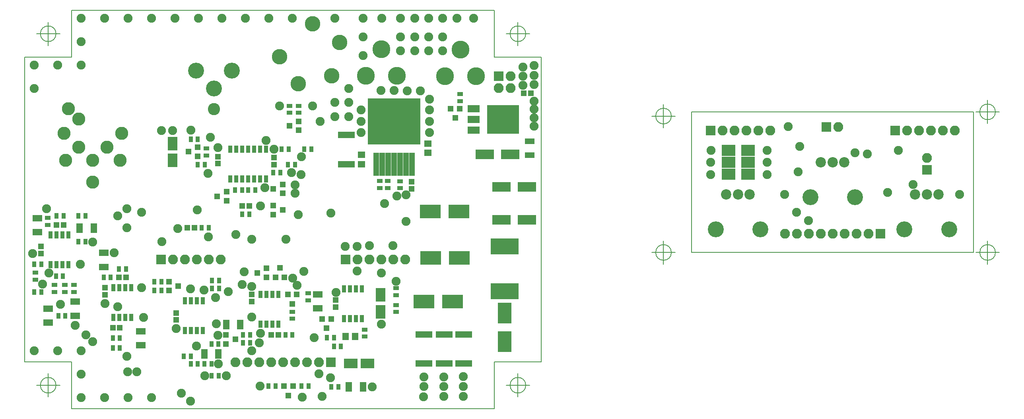
<source format=gbr>
G04 #@! TF.GenerationSoftware,KiCad,Pcbnew,(5.1.4)-1*
G04 #@! TF.CreationDate,2019-12-04T23:12:45+01:00*
G04 #@! TF.ProjectId,instru_bab_v2,696e7374-7275-45f6-9261-625f76322e6b,rev?*
G04 #@! TF.SameCoordinates,Original*
G04 #@! TF.FileFunction,Soldermask,Top*
G04 #@! TF.FilePolarity,Negative*
%FSLAX46Y46*%
G04 Gerber Fmt 4.6, Leading zero omitted, Abs format (unit mm)*
G04 Created by KiCad (PCBNEW (5.1.4)-1) date 2019-12-04 23:12:45*
%MOMM*%
%LPD*%
G04 APERTURE LIST*
%ADD10C,0.200000*%
%ADD11C,0.150000*%
%ADD12R,1.200000X1.150000*%
%ADD13R,0.900000X1.300000*%
%ADD14R,5.900000X3.400000*%
%ADD15R,1.300000X1.200000*%
%ADD16R,2.100000X1.300000*%
%ADD17R,2.600000X1.600000*%
%ADD18R,6.800000X6.200000*%
%ADD19R,1.200000X1.300000*%
%ADD20R,2.100000X2.100000*%
%ADD21O,2.100000X2.100000*%
%ADD22R,1.300000X0.900000*%
%ADD23C,2.200000*%
%ADD24C,3.400000*%
%ADD25R,4.400000X2.900000*%
%ADD26R,2.900000X4.400000*%
%ADD27R,1.650000X1.400000*%
%ADD28R,3.900000X2.000000*%
%ADD29R,2.900000X2.400000*%
%ADD30R,1.200000X5.000000*%
%ADD31R,11.200000X9.800000*%
%ADD32C,3.800000*%
%ADD33C,2.800000*%
%ADD34R,1.150000X1.200000*%
%ADD35C,2.600000*%
%ADD36C,3.300000*%
%ADD37R,0.908000X1.543000*%
%ADD38R,2.000000X3.000000*%
%ADD39R,1.400000X1.650000*%
%ADD40R,2.000000X1.400000*%
%ADD41R,1.400000X2.000000*%
%ADD42R,3.600000X1.400000*%
%ADD43R,3.000000X2.000000*%
%ADD44C,1.900000*%
G04 APERTURE END LIST*
D10*
X239666666Y-50000000D02*
G75*
G03X239666666Y-50000000I-1666666J0D01*
G01*
X235500000Y-50000000D02*
X240500000Y-50000000D01*
X238000000Y-47500000D02*
X238000000Y-52500000D01*
X170666666Y-50900000D02*
G75*
G03X170666666Y-50900000I-1666666J0D01*
G01*
X166500000Y-50900000D02*
X171500000Y-50900000D01*
X169000000Y-48400000D02*
X169000000Y-53400000D01*
X170666666Y-80000000D02*
G75*
G03X170666666Y-80000000I-1666666J0D01*
G01*
X166500000Y-80000000D02*
X171500000Y-80000000D01*
X169000000Y-77500000D02*
X169000000Y-82500000D01*
X239666666Y-80000000D02*
G75*
G03X239666666Y-80000000I-1666666J0D01*
G01*
X235500000Y-80000000D02*
X240500000Y-80000000D01*
X238000000Y-77500000D02*
X238000000Y-82500000D01*
X139667825Y-108334814D02*
G75*
G03X139667825Y-108334814I-1666666J0D01*
G01*
X135501159Y-108334814D02*
X140501159Y-108334814D01*
X138001159Y-105834814D02*
X138001159Y-110834814D01*
X139667825Y-33334814D02*
G75*
G03X139667825Y-33334814I-1666666J0D01*
G01*
X135501159Y-33334814D02*
X140501159Y-33334814D01*
X138001159Y-30834814D02*
X138001159Y-35834814D01*
X39667825Y-108334814D02*
G75*
G03X39667825Y-108334814I-1666666J0D01*
G01*
X35501159Y-108334814D02*
X40501159Y-108334814D01*
X38001159Y-105834814D02*
X38001159Y-110834814D01*
X39667825Y-33334814D02*
G75*
G03X39667825Y-33334814I-1666666J0D01*
G01*
X35501159Y-33334814D02*
X40501159Y-33334814D01*
X38001159Y-30834814D02*
X38001159Y-35834814D01*
X235000000Y-50000000D02*
X175000000Y-50000000D01*
X235000000Y-80000000D02*
X235000000Y-50000000D01*
X175000000Y-80000000D02*
X235000000Y-80000000D01*
X175000000Y-50000000D02*
X175000000Y-80000000D01*
D11*
X43001159Y-103334814D02*
X33001159Y-103334814D01*
X43001159Y-113334814D02*
X43001159Y-103334814D01*
X133001159Y-113334814D02*
X43001159Y-113334814D01*
X133001159Y-103334814D02*
X133001159Y-113334814D01*
X143001159Y-103334814D02*
X133001159Y-103334814D01*
X143001159Y-38334814D02*
X143001159Y-103334814D01*
X133001159Y-38334814D02*
X143001159Y-38334814D01*
X133001159Y-28334814D02*
X133001159Y-38334814D01*
X43001159Y-28334814D02*
X133001159Y-28334814D01*
X43001159Y-38334814D02*
X43001159Y-28334814D01*
X33001159Y-38334814D02*
X43001159Y-38334814D01*
X33001159Y-103334814D02*
X33001159Y-38334814D01*
D12*
X67600000Y-74750000D03*
X69100000Y-74750000D03*
D13*
X72150000Y-74750000D03*
X70650000Y-74750000D03*
D14*
X135150000Y-88250000D03*
X135150000Y-78750000D03*
D15*
X91350000Y-53900000D03*
X91350000Y-52000000D03*
X89350000Y-52950000D03*
D16*
X140500000Y-59200000D03*
X140500000Y-56300000D03*
D17*
X128550000Y-49370000D03*
X128550000Y-51650000D03*
X128550000Y-53930000D03*
D18*
X134850000Y-51650000D03*
D19*
X90934066Y-88964146D03*
X89034066Y-88964146D03*
X89984066Y-90964146D03*
X86400000Y-85300000D03*
X88300000Y-85300000D03*
X87350000Y-83300000D03*
D15*
X84500000Y-85300000D03*
X84500000Y-83400000D03*
X82500000Y-84350000D03*
D20*
X98144066Y-103464146D03*
D21*
X95604066Y-103464146D03*
X93064066Y-103464146D03*
X90524066Y-103464146D03*
X87984066Y-103464146D03*
X85444066Y-103464146D03*
X82904066Y-103464146D03*
X80364066Y-103464146D03*
X77824066Y-103464146D03*
D20*
X215160000Y-76000000D03*
D21*
X212620000Y-76000000D03*
X210080000Y-76000000D03*
X207540000Y-76000000D03*
X205000000Y-76000000D03*
X202460000Y-76000000D03*
X199920000Y-76000000D03*
X197380000Y-76000000D03*
X194840000Y-76000000D03*
D19*
X125600000Y-49300000D03*
X123700000Y-49300000D03*
X124650000Y-51300000D03*
D22*
X110300000Y-64750000D03*
X110300000Y-66250000D03*
X108550000Y-64750000D03*
X108550000Y-66250000D03*
X125700000Y-47700000D03*
X125700000Y-46200000D03*
D13*
X88484066Y-97564146D03*
X89984066Y-97564146D03*
D22*
X90000000Y-94150000D03*
X90000000Y-92650000D03*
X93350000Y-90200000D03*
X93350000Y-88700000D03*
D13*
X72800000Y-106300000D03*
X74300000Y-106300000D03*
X81000000Y-99250000D03*
X79500000Y-99250000D03*
D23*
X187350000Y-67600000D03*
X184850000Y-67600000D03*
X182350000Y-67600000D03*
D24*
X189600000Y-75100000D03*
X180100000Y-75100000D03*
D25*
X125500000Y-81200000D03*
X119400000Y-81200000D03*
X124100000Y-90450000D03*
X118000000Y-90450000D03*
D26*
X135150000Y-92900000D03*
X135150000Y-99000000D03*
D27*
X104700000Y-61150000D03*
X104700000Y-59150000D03*
D28*
X134500000Y-66000000D03*
X139900000Y-66000000D03*
X130940169Y-59028119D03*
X136340169Y-59028119D03*
D12*
X140750000Y-46000000D03*
X139250000Y-46000000D03*
D25*
X125450000Y-71300000D03*
X119350000Y-71300000D03*
D28*
X134500000Y-73050000D03*
X139900000Y-73050000D03*
D20*
X133900000Y-42350000D03*
D21*
X136440000Y-42350000D03*
X133900000Y-44890000D03*
X136440000Y-44890000D03*
D29*
X187000000Y-63340000D03*
X182840000Y-63340000D03*
X187000000Y-60800000D03*
X182840000Y-60800000D03*
X187000000Y-58260000D03*
X182840000Y-58260000D03*
D30*
X107790000Y-61150000D03*
X109060000Y-61150000D03*
X110330000Y-61150000D03*
X111600000Y-61150000D03*
X112870000Y-61150000D03*
X114140000Y-61150000D03*
X115410000Y-61150000D03*
D31*
X111600000Y-52000000D03*
D32*
X108950000Y-36650000D03*
X105650000Y-42300000D03*
X112250000Y-42300000D03*
D33*
X53650000Y-54550000D03*
X44500000Y-51550000D03*
X47500000Y-60350000D03*
X53300000Y-60350000D03*
X47500000Y-65000000D03*
X41700000Y-60350000D03*
X42300000Y-49350000D03*
X41350000Y-54550000D03*
X44500000Y-57550000D03*
X50500000Y-57550000D03*
D32*
X125750000Y-36700000D03*
X122450000Y-42350000D03*
X129050000Y-42350000D03*
D20*
X101284066Y-81464146D03*
D21*
X103824066Y-81464146D03*
X106364066Y-81464146D03*
X108904066Y-81464146D03*
X111444066Y-81464146D03*
X113984066Y-81464146D03*
D20*
X61984066Y-81464146D03*
D21*
X64524066Y-81464146D03*
X67064066Y-81464146D03*
X69604066Y-81464146D03*
X72144066Y-81464146D03*
X74684066Y-81464146D03*
D23*
X227550000Y-67600000D03*
X225050000Y-67600000D03*
X222550000Y-67600000D03*
D24*
X229800000Y-75100000D03*
X220300000Y-75100000D03*
D23*
X207500000Y-60750000D03*
X205000000Y-60750000D03*
X202500000Y-60750000D03*
D24*
X209750000Y-68250000D03*
X200250000Y-68250000D03*
D20*
X179000000Y-54000000D03*
D21*
X181540000Y-54000000D03*
X184080000Y-54000000D03*
X186620000Y-54000000D03*
X189160000Y-54000000D03*
X191700000Y-54000000D03*
D20*
X218300000Y-54000000D03*
D21*
X220840000Y-54000000D03*
X223380000Y-54000000D03*
X225920000Y-54000000D03*
X228460000Y-54000000D03*
X231000000Y-54000000D03*
D20*
X225050000Y-62340000D03*
D21*
X225050000Y-59800000D03*
D34*
X65234066Y-92914146D03*
X65234066Y-94414146D03*
D22*
X91300000Y-48700000D03*
X91300000Y-50200000D03*
X89350000Y-48700000D03*
X89350000Y-50200000D03*
D24*
X69490000Y-41200000D03*
X77110000Y-41200000D03*
X73300000Y-45010000D03*
D35*
X73300000Y-49450000D03*
D36*
X87250000Y-38200000D03*
X94250000Y-31200000D03*
X100050000Y-35200000D03*
X98320000Y-42270000D03*
X91250000Y-44000000D03*
D12*
X41240544Y-74131913D03*
X39740544Y-74131913D03*
D34*
X74100000Y-59550000D03*
X74100000Y-61050000D03*
D37*
X76780000Y-64300000D03*
X78050000Y-64300000D03*
X79320000Y-64300000D03*
X80590000Y-64300000D03*
X81860000Y-64300000D03*
X83130000Y-64300000D03*
X84400000Y-64300000D03*
X84400000Y-57950000D03*
X83130000Y-57950000D03*
X80590000Y-57950000D03*
X79320000Y-57950000D03*
X78050000Y-57950000D03*
X76780000Y-57950000D03*
X81860000Y-57950000D03*
X83202680Y-88935610D03*
X84472680Y-88935610D03*
X85742680Y-88935610D03*
X87012680Y-88935610D03*
X87012680Y-95285610D03*
X85742680Y-95285610D03*
X84472680Y-95285610D03*
X83202680Y-95285610D03*
X67124066Y-90314146D03*
X68394066Y-90314146D03*
X69664066Y-90314146D03*
X70934066Y-90314146D03*
X70934066Y-96664146D03*
X69664066Y-96664146D03*
X68394066Y-96664146D03*
X67124066Y-96664146D03*
X100929066Y-87789146D03*
X102199066Y-87789146D03*
X103469066Y-87789146D03*
X104739066Y-87789146D03*
X104739066Y-94139146D03*
X103469066Y-94139146D03*
X102199066Y-94139146D03*
X100929066Y-94139146D03*
D13*
X89200000Y-58000000D03*
X87700000Y-58000000D03*
X90550000Y-61250000D03*
X89050000Y-61250000D03*
X94000000Y-57950000D03*
X92500000Y-57950000D03*
D22*
X112900000Y-64800000D03*
X112900000Y-66300000D03*
D13*
X85900000Y-62950000D03*
X87400000Y-62950000D03*
X79300000Y-71850000D03*
X80800000Y-71850000D03*
X80600000Y-66650000D03*
X82100000Y-66650000D03*
X79300000Y-66650000D03*
X77800000Y-66650000D03*
X71350000Y-61300000D03*
X69850000Y-61300000D03*
X69850000Y-55850000D03*
X68350000Y-55850000D03*
D22*
X71700000Y-59300000D03*
X71700000Y-57800000D03*
D13*
X91900000Y-108550000D03*
X93400000Y-108550000D03*
X86400000Y-108550000D03*
X84900000Y-108550000D03*
X62100000Y-86250000D03*
X60600000Y-86250000D03*
X62106108Y-88104698D03*
X60606108Y-88104698D03*
X72900000Y-86000000D03*
X74400000Y-86000000D03*
X72900000Y-87700000D03*
X74400000Y-87700000D03*
X100334066Y-100064146D03*
X98834066Y-100064146D03*
X98834066Y-98164146D03*
X97334066Y-98164146D03*
D22*
X105400000Y-97950000D03*
X105400000Y-96450000D03*
X112100000Y-91200000D03*
X112100000Y-92700000D03*
X112100000Y-87600000D03*
X112100000Y-89100000D03*
D13*
X45950000Y-72200000D03*
X44450000Y-72200000D03*
X71250000Y-103750000D03*
X72750000Y-103750000D03*
D22*
X35250000Y-85831913D03*
X35250000Y-84331913D03*
D13*
X74250000Y-99500000D03*
X72750000Y-99500000D03*
X35040544Y-82531913D03*
X36540544Y-82531913D03*
D22*
X41540544Y-88431913D03*
X41540544Y-86931913D03*
D13*
X45950000Y-77700000D03*
X44450000Y-77700000D03*
X79484066Y-97564146D03*
X80984066Y-97564146D03*
X41140544Y-85031913D03*
X39640544Y-85031913D03*
D22*
X39340544Y-86931913D03*
X39340544Y-88431913D03*
X43500000Y-86950000D03*
X43500000Y-88450000D03*
D13*
X35040544Y-88431913D03*
X36540544Y-88431913D03*
X41650000Y-93500000D03*
X40150000Y-93500000D03*
X68350000Y-102200000D03*
X66850000Y-102200000D03*
X68350000Y-103750000D03*
X69850000Y-103750000D03*
D15*
X75850000Y-97600000D03*
X75850000Y-99500000D03*
X77850000Y-98550000D03*
X69850000Y-59450000D03*
X69850000Y-57550000D03*
X67850000Y-58500000D03*
X87900000Y-67400000D03*
X87900000Y-65500000D03*
X85900000Y-66450000D03*
X85900000Y-70000000D03*
X85900000Y-71900000D03*
X87900000Y-70950000D03*
X76000000Y-68950000D03*
X76000000Y-67050000D03*
X74000000Y-68000000D03*
D19*
X90100000Y-108550000D03*
X88200000Y-108550000D03*
X89150000Y-110550000D03*
D15*
X63706108Y-86204698D03*
X63706108Y-88104698D03*
X65706108Y-87154698D03*
D19*
X98234066Y-94164146D03*
X96334066Y-94164146D03*
X97284066Y-96164146D03*
D20*
X203660000Y-53200000D03*
D21*
X206200000Y-53200000D03*
D34*
X115400000Y-64950000D03*
X115400000Y-66450000D03*
X86050000Y-59750000D03*
X86050000Y-61250000D03*
D12*
X80800000Y-70050000D03*
X79300000Y-70050000D03*
D38*
X64450000Y-60350000D03*
X64450000Y-56750000D03*
D34*
X81307680Y-88964146D03*
X81307680Y-90464146D03*
D12*
X86984066Y-97564146D03*
X85484066Y-97564146D03*
D39*
X103334066Y-97964146D03*
X101334066Y-97964146D03*
D34*
X99234066Y-90164146D03*
X99234066Y-91664146D03*
D40*
X95350000Y-91950000D03*
X95350000Y-88950000D03*
D38*
X108734066Y-89064146D03*
X108734066Y-92664146D03*
D40*
X35700000Y-75700000D03*
X35700000Y-72700000D03*
D41*
X71250000Y-101650000D03*
X74250000Y-101650000D03*
D34*
X36440544Y-78731913D03*
X36440544Y-80231913D03*
D41*
X44700000Y-74800000D03*
X47700000Y-74800000D03*
D40*
X38000000Y-92000000D03*
X38000000Y-95000000D03*
X43700000Y-90500000D03*
X43700000Y-93500000D03*
D42*
X101450000Y-61150000D03*
X101450000Y-54950000D03*
D41*
X75900000Y-95400000D03*
X78900000Y-95400000D03*
D42*
X117974914Y-97511407D03*
X117974914Y-103711407D03*
X126424914Y-97511407D03*
X126424914Y-103711407D03*
X122274914Y-97511407D03*
X122274914Y-103711407D03*
D27*
X118850000Y-58750000D03*
X118850000Y-56750000D03*
D12*
X53250000Y-96100000D03*
X51750000Y-96100000D03*
D34*
X50100000Y-89050000D03*
X50100000Y-87550000D03*
D40*
X57700000Y-96800000D03*
X57700000Y-99800000D03*
D41*
X102000000Y-108700000D03*
X105000000Y-108700000D03*
D12*
X54550000Y-85300000D03*
X53050000Y-85300000D03*
D40*
X49800000Y-83100000D03*
X49800000Y-80100000D03*
D43*
X106000000Y-103700000D03*
X102400000Y-103700000D03*
D22*
X37900000Y-72650000D03*
X37900000Y-74150000D03*
D13*
X41250000Y-72200000D03*
X39750000Y-72200000D03*
X53250000Y-98300000D03*
X51750000Y-98300000D03*
X53250000Y-100400000D03*
X51750000Y-100400000D03*
X98250000Y-108700000D03*
X99750000Y-108700000D03*
X53050000Y-83500000D03*
X54550000Y-83500000D03*
X51300000Y-85300000D03*
X49800000Y-85300000D03*
D37*
X38495000Y-82575000D03*
X39765000Y-82575000D03*
X41035000Y-82575000D03*
X42305000Y-82575000D03*
X42305000Y-76225000D03*
X41035000Y-76225000D03*
X39765000Y-76225000D03*
X38495000Y-76225000D03*
X51895000Y-87525000D03*
X53165000Y-87525000D03*
X54435000Y-87525000D03*
X55705000Y-87525000D03*
X55705000Y-93875000D03*
X54435000Y-93875000D03*
X53165000Y-93875000D03*
X51895000Y-93875000D03*
D44*
X73800000Y-95250000D03*
X77950000Y-76200000D03*
X37600000Y-70650000D03*
X54750000Y-102200000D03*
X54750000Y-70650000D03*
X54750000Y-74750000D03*
X103750000Y-83950000D03*
X112100000Y-86200000D03*
X81300000Y-101000000D03*
X72550000Y-55450000D03*
X72000000Y-63100000D03*
X81323385Y-87254126D03*
X81300000Y-93800000D03*
X99250000Y-88550000D03*
X103800000Y-78700000D03*
X81300000Y-77200000D03*
X79700000Y-84100000D03*
X112250000Y-67950000D03*
X91950000Y-59600000D03*
X74100000Y-57650000D03*
X65250000Y-96200000D03*
X74200000Y-103750000D03*
X108900000Y-84350000D03*
X108950000Y-95300000D03*
X79299998Y-86800000D03*
X44850000Y-82500000D03*
X111400000Y-78550000D03*
X106400000Y-78550000D03*
X58300000Y-93900000D03*
X50100000Y-90900000D03*
X52000000Y-80100000D03*
X71300000Y-106300000D03*
X107000000Y-108700000D03*
X76300000Y-88400000D03*
X57900000Y-71400000D03*
X64500000Y-54000000D03*
X68400000Y-53900000D03*
X65600000Y-74900000D03*
X34700000Y-80200000D03*
X75000000Y-30000000D03*
X65000000Y-30000000D03*
X45000000Y-30000000D03*
X70000000Y-30000000D03*
X55000000Y-30000000D03*
X50000000Y-30000000D03*
X60000000Y-30000000D03*
X80000000Y-30000000D03*
X85000000Y-30000000D03*
X90000000Y-30000000D03*
X99000000Y-30000000D03*
X45000000Y-35000000D03*
X40000000Y-40000000D03*
X35000000Y-40000000D03*
X35000000Y-45000000D03*
X45000000Y-40000000D03*
X45000000Y-111000000D03*
X45000000Y-106000000D03*
X45000000Y-101000000D03*
X40000000Y-101000000D03*
X35000000Y-101000000D03*
X50000000Y-111000000D03*
X55000000Y-111000000D03*
X60000000Y-111000000D03*
X47500000Y-99000000D03*
X47500000Y-77750010D03*
X94600000Y-98150000D03*
X90069737Y-85487504D03*
X83200000Y-70050000D03*
X90550000Y-65550010D03*
X114150000Y-73350000D03*
X114150000Y-67700000D03*
X89800000Y-63000000D03*
X86050000Y-58000000D03*
X139050000Y-42350000D03*
X139050000Y-40450000D03*
X139050000Y-44300000D03*
X117950000Y-106550000D03*
X122250000Y-106550000D03*
X126400000Y-106500000D03*
X117950000Y-108600000D03*
X122250000Y-108600000D03*
X126400000Y-108600000D03*
X141450000Y-53050000D03*
X141450000Y-51250000D03*
X141450000Y-49450000D03*
X141450000Y-47700000D03*
X141450000Y-44200000D03*
X141400000Y-42200000D03*
X141400000Y-40100000D03*
X117900000Y-110800000D03*
X122200000Y-110700000D03*
X126400000Y-110700000D03*
X99000000Y-48000000D03*
X102000000Y-45000000D03*
X102000000Y-48000000D03*
X102000000Y-51000000D03*
X105000000Y-38000000D03*
X105000000Y-34000000D03*
X113000000Y-37000000D03*
X113000000Y-34000000D03*
X116000000Y-34000000D03*
X116000000Y-37000000D03*
X119000000Y-37000000D03*
X119000000Y-34000000D03*
X122000000Y-34000000D03*
X122000000Y-37000000D03*
X99000000Y-51000000D03*
X105000000Y-30000000D03*
X109000000Y-30000000D03*
X116000000Y-30000000D03*
X119000000Y-30000000D03*
X122000000Y-30000000D03*
X125000000Y-30000000D03*
X128550000Y-30000000D03*
X113000000Y-30000000D03*
X68300000Y-111700000D03*
X68300000Y-87800000D03*
X91200000Y-71900000D03*
X91850006Y-63350000D03*
X90550000Y-67400002D03*
X83200000Y-97250000D03*
X88650000Y-77200000D03*
X101250006Y-78750000D03*
X104600000Y-54450000D03*
X104650000Y-49600000D03*
X119200000Y-49550000D03*
X119150000Y-54400000D03*
X114400000Y-45500000D03*
X111600000Y-45400000D03*
X108850000Y-45400002D03*
X119150000Y-52000000D03*
X104650000Y-52000000D03*
X119200000Y-47300000D03*
X117200000Y-45500000D03*
X38149994Y-84350000D03*
X40600005Y-91100005D03*
X72100000Y-76700000D03*
X84400000Y-56100000D03*
X84150000Y-66150000D03*
X198000000Y-57400000D03*
X219000000Y-58200000D03*
X179050000Y-63350000D03*
X179049994Y-60800000D03*
X179100000Y-58250000D03*
X43700000Y-95600000D03*
X46000000Y-97600000D03*
X87250000Y-48700000D03*
X94250000Y-48700000D03*
X56900000Y-105500000D03*
X62150000Y-53949958D03*
X57900000Y-87500000D03*
X54900000Y-105499996D03*
X95600000Y-105899996D03*
X98100000Y-106700000D03*
X195550000Y-53150000D03*
X191050000Y-58250000D03*
X191050008Y-60800000D03*
X191050000Y-63349996D03*
X232050000Y-67600000D03*
X222150000Y-65500002D03*
X216741108Y-67191110D03*
X212400000Y-58950000D03*
X209800000Y-58700000D03*
X197650000Y-62800000D03*
X83100000Y-108550000D03*
X66300000Y-110050000D03*
X71200000Y-88000000D03*
X92100000Y-110900000D03*
X96300000Y-110700000D03*
X109600000Y-69600000D03*
X36757552Y-86767149D03*
X194800000Y-67600000D03*
X197350000Y-71400000D03*
X199900000Y-73200000D03*
X82900000Y-99250000D03*
X75900000Y-106300000D03*
X74100000Y-97700000D03*
X92400000Y-84050000D03*
X90950000Y-87000000D03*
X98200000Y-71600000D03*
X95850000Y-52050000D03*
X69550000Y-100000000D03*
X73600000Y-89600000D03*
X62200000Y-77700000D03*
X52800000Y-91600000D03*
X69700000Y-70900000D03*
X52800000Y-72200000D03*
M02*

</source>
